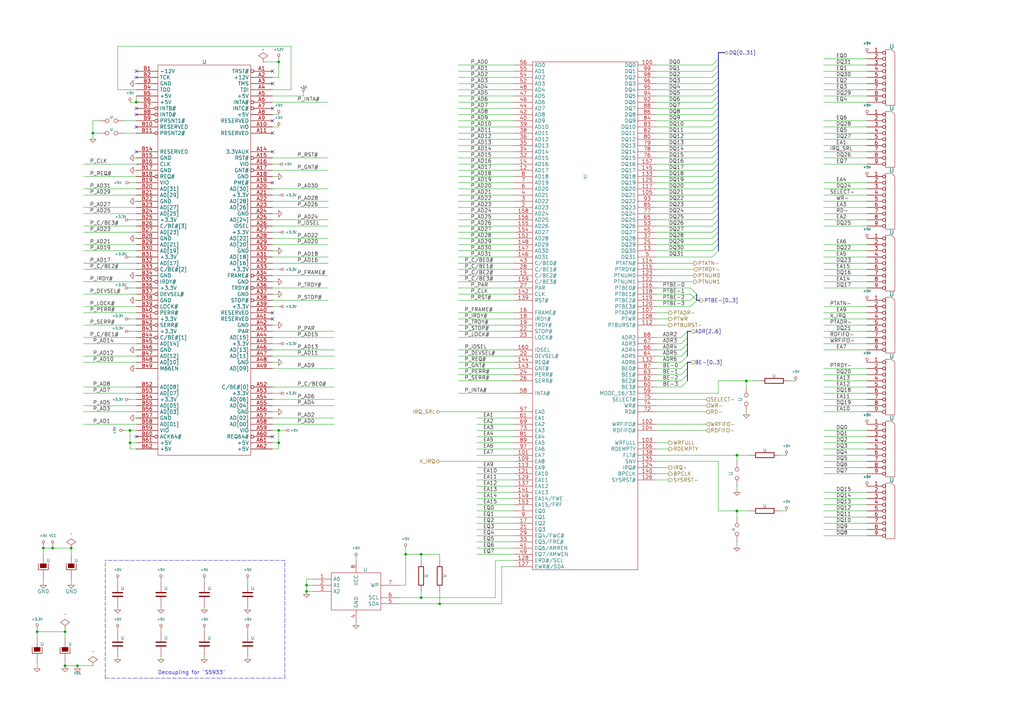
<source format=kicad_sch>
(kicad_sch (version 20220404) (generator eeschema)
  (paper "A3")
  (title_block (title "Video") (date "Sun 22 Mar 2015") (rev "2.0B") (company "Kicad EDA") (comment 1 "Interface Bus PCI"))
  (junction (at 26.67 273.05) (diameter 0.9144))
  (junction (at 125.73 242.57) (diameter 0.9144))
  (junction (at 302.26 209.55) (diameter 0.9144))
  (junction (at 114.3 25.4) (diameter 0.9144))
  (junction (at 38.1 54.61) (diameter 0.9144))
  (junction (at 180.34 247.65) (diameter 0.9144))
  (junction (at 31.75 273.05) (diameter 0.9144))
  (junction (at 53.34 181.61) (diameter 0.9144))
  (junction (at 29.21 224.79) (diameter 0.9144))
  (junction (at 114.3 181.61) (diameter 0.9144))
  (junction (at 302.26 186.69) (diameter 0.9144))
  (junction (at 172.72 227.33) (diameter 0.9144))
  (junction (at 26.67 259.08) (diameter 0.9144))
  (junction (at 55.88 41.91) (diameter 0.9144))
  (junction (at 17.78 224.79) (diameter 0.9144))
  (junction (at 53.34 176.53) (diameter 0.9144))
  (junction (at 166.37 227.33) (diameter 0.9144))
  (junction (at 306.07 156.21) (diameter 0.9144))
  (junction (at 125.73 240.03) (diameter 0.9144))
  (junction (at 114.3 176.53) (diameter 0.9144))
  (junction (at 15.24 259.08) (diameter 0.9144))
  (junction (at 21.59 224.79) (diameter 0.9144))
  (junction (at 172.72 245.11) (diameter 0.9144))
  (no_connect (at 55.88 44.45))
  (no_connect (at 55.88 52.07))
  (no_connect (at 111.76 54.61))
  (no_connect (at 111.76 62.23))
  (no_connect (at 111.76 49.53))
  (no_connect (at 111.76 44.45))
  (no_connect (at 111.76 34.29))
  (no_connect (at 111.76 29.21))
  (no_connect (at 111.76 128.27))
  (no_connect (at 111.76 74.93))
  (no_connect (at 55.88 62.23))
  (no_connect (at 55.88 31.75))
  (no_connect (at 55.88 179.07))
  (no_connect (at 55.88 46.99))
  (no_connect (at 111.76 179.07))
  (no_connect (at 111.76 130.81))
  (no_connect (at 55.88 29.21))
  (bus_entry (at 279.4 146.05) (size 2.54 -2.54) (stroke (width 0.1524)))
  (bus_entry (at 292.1 77.47) (size 2.54 -2.54) (stroke (width 0.1524)))
  (bus_entry (at 292.1 29.21) (size 2.54 -2.54) (stroke (width 0.1524)))
  (bus_entry (at 292.1 62.23) (size 2.54 -2.54) (stroke (width 0.1524)))
  (bus_entry (at 292.1 87.63) (size 2.54 -2.54) (stroke (width 0.1524)))
  (bus_entry (at 292.1 26.67) (size 2.54 -2.54) (stroke (width 0.1524)))
  (bus_entry (at 292.1 80.01) (size 2.54 -2.54) (stroke (width 0.1524)))
  (bus_entry (at 292.1 39.37) (size 2.54 -2.54) (stroke (width 0.1524)))
  (bus_entry (at 292.1 49.53) (size 2.54 -2.54) (stroke (width 0.1524)))
  (bus_entry (at 292.1 102.87) (size 2.54 -2.54) (stroke (width 0.1524)))
  (bus_entry (at 292.1 36.83) (size 2.54 -2.54) (stroke (width 0.1524)))
  (bus_entry (at 279.4 148.59) (size 2.54 -2.54) (stroke (width 0.1524)))
  (bus_entry (at 283.21 120.65) (size 2.54 2.54) (stroke (width 0.1524)))
  (bus_entry (at 292.1 52.07) (size 2.54 -2.54) (stroke (width 0.1524)))
  (bus_entry (at 279.4 140.97) (size 2.54 -2.54) (stroke (width 0.1524)))
  (bus_entry (at 292.1 34.29) (size 2.54 -2.54) (stroke (width 0.1524)))
  (bus_entry (at 292.1 82.55) (size 2.54 -2.54) (stroke (width 0.1524)))
  (bus_entry (at 292.1 46.99) (size 2.54 -2.54) (stroke (width 0.1524)))
  (bus_entry (at 279.4 151.13) (size 2.54 -2.54) (stroke (width 0.1524)))
  (bus_entry (at 283.21 118.11) (size 2.54 2.54) (stroke (width 0.1524)))
  (bus_entry (at 292.1 85.09) (size 2.54 -2.54) (stroke (width 0.1524)))
  (bus_entry (at 279.4 156.21) (size 2.54 -2.54) (stroke (width 0.1524)))
  (bus_entry (at 292.1 67.31) (size 2.54 -2.54) (stroke (width 0.1524)))
  (bus_entry (at 292.1 95.25) (size 2.54 -2.54) (stroke (width 0.1524)))
  (bus_entry (at 292.1 41.91) (size 2.54 -2.54) (stroke (width 0.1524)))
  (bus_entry (at 292.1 74.93) (size 2.54 -2.54) (stroke (width 0.1524)))
  (bus_entry (at 283.21 123.19) (size 2.54 -2.54) (stroke (width 0.1524)))
  (bus_entry (at 292.1 64.77) (size 2.54 -2.54) (stroke (width 0.1524)))
  (bus_entry (at 292.1 92.71) (size 2.54 -2.54) (stroke (width 0.1524)))
  (bus_entry (at 292.1 69.85) (size 2.54 -2.54) (stroke (width 0.1524)))
  (bus_entry (at 279.4 153.67) (size 2.54 -2.54) (stroke (width 0.1524)))
  (bus_entry (at 283.21 125.73) (size 2.54 -2.54) (stroke (width 0.1524)))
  (bus_entry (at 292.1 54.61) (size 2.54 -2.54) (stroke (width 0.1524)))
  (bus_entry (at 279.4 138.43) (size 2.54 -2.54) (stroke (width 0.1524)))
  (bus_entry (at 292.1 105.41) (size 2.54 -2.54) (stroke (width 0.1524)))
  (bus_entry (at 292.1 31.75) (size 2.54 -2.54) (stroke (width 0.1524)))
  (bus_entry (at 292.1 59.69) (size 2.54 -2.54) (stroke (width 0.1524)))
  (bus_entry (at 292.1 57.15) (size 2.54 -2.54) (stroke (width 0.1524)))
  (bus_entry (at 292.1 72.39) (size 2.54 -2.54) (stroke (width 0.1524)))
  (bus_entry (at 292.1 100.33) (size 2.54 -2.54) (stroke (width 0.1524)))
  (bus_entry (at 279.4 143.51) (size 2.54 -2.54) (stroke (width 0.1524)))
  (bus_entry (at 279.4 158.75) (size 2.54 -2.54) (stroke (width 0.1524)))
  (bus_entry (at 292.1 90.17) (size 2.54 -2.54) (stroke (width 0.1524)))
  (bus_entry (at 292.1 44.45) (size 2.54 -2.54) (stroke (width 0.1524)))
  (bus_entry (at 292.1 97.79) (size 2.54 -2.54) (stroke (width 0.1524)))
  (wire (pts (xy 337.82 189.23) (xy 355.6 189.23)))
  (wire (pts (xy 269.24 151.13) (xy 279.4 151.13)))
  (wire (pts (xy 337.82 138.43) (xy 355.6 138.43)))
  (wire (pts (xy 111.76 151.13) (xy 137.16 151.13)))
  (wire (pts (xy 269.24 173.99) (xy 289.56 173.99)))
  (wire (pts (xy 40.64 49.53) (xy 38.1 49.53)))
  (wire (pts (xy 48.26 248.92) (xy 48.26 250.19)))
  (wire (pts (xy 269.24 189.23) (xy 294.64 189.23)))
  (wire (pts (xy 195.58 191.77) (xy 210.82 191.77)))
  (wire (pts (xy 34.29 120.65) (xy 55.88 120.65)))
  (wire (pts (xy 114.3 24.13) (xy 114.3 25.4)))
  (wire (pts (xy 269.24 196.85) (xy 274.32 196.85)))
  (wire (pts (xy 187.96 80.01) (xy 210.82 80.01)))
  (wire (pts (xy 269.24 72.39) (xy 292.1 72.39)))
  (wire (pts (xy 337.82 179.07) (xy 355.6 179.07)))
  (bus (pts (xy 294.64 21.59) (xy 294.64 24.13)))
  (wire (pts (xy 29.21 237.49) (xy 29.21 240.03)))
  (wire (pts (xy 38.1 54.61) (xy 40.64 54.61)))
  (wire (pts (xy 203.2 245.11) (xy 203.2 229.87)))
  (wire (pts (xy 337.82 85.09) (xy 355.6 85.09)))
  (wire (pts (xy 337.82 52.07) (xy 355.6 52.07)))
  (wire (pts (xy 187.96 62.23) (xy 210.82 62.23)))
  (wire (pts (xy 17.78 224.79) (xy 17.78 227.33)))
  (wire (pts (xy 111.76 69.85) (xy 134.62 69.85)))
  (wire (pts (xy 111.76 41.91) (xy 134.62 41.91)))
  (wire (pts (xy 34.29 148.59) (xy 55.88 148.59)))
  (wire (pts (xy 26.67 259.08) (xy 26.67 261.62)))
  (wire (pts (xy 195.58 219.71) (xy 210.82 219.71)))
  (wire (pts (xy 111.76 72.39) (xy 114.3 72.39)))
  (wire (pts (xy 269.24 29.21) (xy 292.1 29.21)))
  (bus (pts (xy 281.94 148.59) (xy 281.94 151.13)))
  (wire (pts (xy 125.73 237.49) (xy 125.73 240.03)))
  (wire (pts (xy 302.26 186.69) (xy 307.34 186.69)))
  (wire (pts (xy 337.82 92.71) (xy 355.6 92.71)))
  (wire (pts (xy 195.58 196.85) (xy 210.82 196.85)))
  (wire (pts (xy 83.82 237.49) (xy 83.82 238.76)))
  (wire (pts (xy 337.82 204.47) (xy 355.6 204.47)))
  (wire (pts (xy 50.8 49.53) (xy 55.88 49.53)))
  (wire (pts (xy 111.76 100.33) (xy 134.62 100.33)))
  (bus (pts (xy 294.64 24.13) (xy 294.64 26.67)))
  (wire (pts (xy 34.29 115.57) (xy 55.88 115.57)))
  (wire (pts (xy 54.61 171.45) (xy 55.88 171.45)))
  (wire (pts (xy 107.95 25.4) (xy 114.3 25.4)))
  (wire (pts (xy 166.37 227.33) (xy 166.37 240.03)))
  (wire (pts (xy 337.82 57.15) (xy 355.6 57.15)))
  (wire (pts (xy 269.24 62.23) (xy 292.1 62.23)))
  (wire (pts (xy 34.29 72.39) (xy 55.88 72.39)))
  (wire (pts (xy 34.29 146.05) (xy 55.88 146.05)))
  (wire (pts (xy 187.96 54.61) (xy 210.82 54.61)))
  (wire (pts (xy 111.76 181.61) (xy 114.3 181.61)))
  (wire (pts (xy 101.6 257.81) (xy 101.6 259.08)))
  (wire (pts (xy 187.96 31.75) (xy 210.82 31.75)))
  (wire (pts (xy 187.96 113.03) (xy 210.82 113.03)))
  (wire (pts (xy 180.34 247.65) (xy 205.74 247.65)))
  (wire (pts (xy 187.96 105.41) (xy 210.82 105.41)))
  (wire (pts (xy 337.82 207.01) (xy 355.6 207.01)))
  (bus (pts (xy 294.64 34.29) (xy 294.64 36.83)))
  (wire (pts (xy 53.34 135.89) (xy 55.88 135.89)))
  (wire (pts (xy 302.26 199.39) (xy 302.26 201.93)))
  (wire (pts (xy 195.58 176.53) (xy 210.82 176.53)))
  (wire (pts (xy 187.96 64.77) (xy 210.82 64.77)))
  (wire (pts (xy 54.61 97.79) (xy 55.88 97.79)))
  (wire (pts (xy 111.76 80.01) (xy 114.3 80.01)))
  (wire (pts (xy 337.82 153.67) (xy 355.6 153.67)))
  (wire (pts (xy 337.82 59.69) (xy 355.6 59.69)))
  (wire (pts (xy 337.82 133.35) (xy 355.6 133.35)))
  (wire (pts (xy 337.82 143.51) (xy 355.6 143.51)))
  (polyline (pts (xy 116.84 229.87) (xy 43.18 229.87)) (stroke (width 0) (type dash)))
  (wire (pts (xy 66.04 250.19) (xy 66.04 248.92)))
  (wire (pts (xy 55.88 151.13) (xy 54.61 151.13)))
  (wire (pts (xy 172.72 227.33) (xy 180.34 227.33)))
  (wire (pts (xy 111.76 36.83) (xy 119.38 36.83)))
  (wire (pts (xy 187.96 115.57) (xy 210.82 115.57)))
  (wire (pts (xy 187.96 52.07) (xy 210.82 52.07)))
  (wire (pts (xy 55.88 123.19) (xy 54.61 123.19)))
  (wire (pts (xy 34.29 138.43) (xy 55.88 138.43)))
  (wire (pts (xy 111.76 163.83) (xy 137.16 163.83)))
  (wire (pts (xy 269.24 181.61) (xy 274.32 181.61)))
  (wire (pts (xy 269.24 100.33) (xy 292.1 100.33)))
  (wire (pts (xy 337.82 191.77) (xy 355.6 191.77)))
  (bus (pts (xy 294.64 80.01) (xy 294.64 82.55)))
  (wire (pts (xy 195.58 201.93) (xy 210.82 201.93)))
  (wire (pts (xy 187.96 156.21) (xy 210.82 156.21)))
  (wire (pts (xy 66.04 257.81) (xy 66.04 259.08)))
  (bus (pts (xy 294.64 44.45) (xy 294.64 46.99)))
  (wire (pts (xy 111.76 123.19) (xy 134.62 123.19)))
  (wire (pts (xy 111.76 85.09) (xy 134.62 85.09)))
  (wire (pts (xy 294.64 161.29) (xy 294.64 156.21)))
  (wire (pts (xy 163.83 247.65) (xy 180.34 247.65)))
  (wire (pts (xy 21.59 223.52) (xy 21.59 224.79)))
  (wire (pts (xy 337.82 41.91) (xy 355.6 41.91)))
  (wire (pts (xy 337.82 110.49) (xy 355.6 110.49)))
  (wire (pts (xy 337.82 135.89) (xy 355.6 135.89)))
  (wire (pts (xy 26.67 273.05) (xy 31.75 273.05)))
  (wire (pts (xy 55.88 39.37) (xy 55.88 41.91)))
  (wire (pts (xy 34.29 110.49) (xy 55.88 110.49)))
  (wire (pts (xy 306.07 156.21) (xy 311.15 156.21)))
  (wire (pts (xy 269.24 82.55) (xy 292.1 82.55)))
  (wire (pts (xy 53.34 130.81) (xy 55.88 130.81)))
  (wire (pts (xy 111.76 52.07) (xy 114.3 52.07)))
  (wire (pts (xy 187.96 123.19) (xy 210.82 123.19)))
  (wire (pts (xy 21.59 224.79) (xy 29.21 224.79)))
  (wire (pts (xy 111.76 118.11) (xy 134.62 118.11)))
  (wire (pts (xy 210.82 229.87) (xy 203.2 229.87)))
  (wire (pts (xy 111.76 95.25) (xy 114.3 95.25)))
  (wire (pts (xy 125.73 240.03) (xy 125.73 242.57)))
  (wire (pts (xy 166.37 224.79) (xy 166.37 227.33)))
  (wire (pts (xy 323.85 156.21) (xy 326.39 156.21)))
  (bus (pts (xy 281.94 143.51) (xy 281.94 146.05)))
  (wire (pts (xy 269.24 128.27) (xy 274.32 128.27)))
  (wire (pts (xy 337.82 82.55) (xy 355.6 82.55)))
  (wire (pts (xy 111.76 138.43) (xy 137.16 138.43)))
  (wire (pts (xy 111.76 115.57) (xy 114.3 115.57)))
  (wire (pts (xy 34.29 95.25) (xy 55.88 95.25)))
  (wire (pts (xy 34.29 161.29) (xy 55.88 161.29)))
  (wire (pts (xy 337.82 49.53) (xy 355.6 49.53)))
  (wire (pts (xy 34.29 102.87) (xy 55.88 102.87)))
  (wire (pts (xy 111.76 87.63) (xy 114.3 87.63)))
  (wire (pts (xy 269.24 59.69) (xy 292.1 59.69)))
  (wire (pts (xy 269.24 107.95) (xy 284.48 107.95)))
  (wire (pts (xy 337.82 64.77) (xy 355.6 64.77)))
  (wire (pts (xy 48.26 19.05) (xy 119.38 19.05)))
  (wire (pts (xy 269.24 140.97) (xy 279.4 140.97)))
  (wire (pts (xy 269.24 148.59) (xy 279.4 148.59)))
  (bus (pts (xy 294.64 77.47) (xy 294.64 80.01)))
  (wire (pts (xy 269.24 54.61) (xy 292.1 54.61)))
  (bus (pts (xy 287.02 123.19) (xy 285.75 123.19)))
  (wire (pts (xy 302.26 186.69) (xy 302.26 189.23)))
  (wire (pts (xy 187.96 59.69) (xy 210.82 59.69)))
  (wire (pts (xy 269.24 168.91) (xy 289.56 168.91)))
  (wire (pts (xy 337.82 156.21) (xy 355.6 156.21)))
  (wire (pts (xy 195.58 224.79) (xy 210.82 224.79)))
  (wire (pts (xy 111.76 173.99) (xy 137.16 173.99)))
  (bus (pts (xy 294.64 90.17) (xy 294.64 92.71)))
  (wire (pts (xy 114.3 176.53) (xy 114.3 181.61)))
  (wire (pts (xy 269.24 118.11) (xy 283.21 118.11)))
  (wire (pts (xy 187.96 130.81) (xy 210.82 130.81)))
  (wire (pts (xy 34.29 168.91) (xy 55.88 168.91)))
  (wire (pts (xy 187.96 100.33) (xy 210.82 100.33)))
  (wire (pts (xy 302.26 222.25) (xy 302.26 224.79)))
  (wire (pts (xy 34.29 100.33) (xy 55.88 100.33)))
  (wire (pts (xy 111.76 46.99) (xy 114.3 46.99)))
  (wire (pts (xy 269.24 77.47) (xy 292.1 77.47)))
  (wire (pts (xy 269.24 67.31) (xy 292.1 67.31)))
  (wire (pts (xy 195.58 204.47) (xy 210.82 204.47)))
  (wire (pts (xy 55.88 34.29) (xy 54.61 34.29)))
  (bus (pts (xy 294.64 85.09) (xy 294.64 87.63)))
  (wire (pts (xy 34.29 107.95) (xy 55.88 107.95)))
  (wire (pts (xy 187.96 29.21) (xy 210.82 29.21)))
  (wire (pts (xy 187.96 85.09) (xy 210.82 85.09)))
  (wire (pts (xy 53.34 184.15) (xy 55.88 184.15)))
  (wire (pts (xy 269.24 57.15) (xy 292.1 57.15)))
  (wire (pts (xy 34.29 140.97) (xy 55.88 140.97)))
  (wire (pts (xy 111.76 82.55) (xy 134.62 82.55)))
  (wire (pts (xy 269.24 87.63) (xy 292.1 87.63)))
  (wire (pts (xy 48.26 269.24) (xy 48.26 270.51)))
  (wire (pts (xy 125.73 242.57) (xy 125.73 243.84)))
  (wire (pts (xy 187.96 49.53) (xy 210.82 49.53)))
  (wire (pts (xy 337.82 214.63) (xy 355.6 214.63)))
  (wire (pts (xy 53.34 118.11) (xy 55.88 118.11)))
  (wire (pts (xy 111.76 113.03) (xy 134.62 113.03)))
  (wire (pts (xy 54.61 82.55) (xy 55.88 82.55)))
  (bus (pts (xy 294.64 54.61) (xy 294.64 57.15)))
  (wire (pts (xy 269.24 138.43) (xy 279.4 138.43)))
  (wire (pts (xy 269.24 163.83) (xy 289.56 163.83)))
  (wire (pts (xy 125.73 237.49) (xy 128.27 237.49)))
  (wire (pts (xy 187.96 97.79) (xy 210.82 97.79)))
  (wire (pts (xy 205.74 247.65) (xy 205.74 232.41)))
  (wire (pts (xy 187.96 146.05) (xy 210.82 146.05)))
  (wire (pts (xy 210.82 232.41) (xy 205.74 232.41)))
  (wire (pts (xy 195.58 179.07) (xy 210.82 179.07)))
  (bus (pts (xy 294.64 82.55) (xy 294.64 85.09)))
  (wire (pts (xy 66.04 238.76) (xy 66.04 237.49)))
  (wire (pts (xy 269.24 64.77) (xy 292.1 64.77)))
  (polyline (pts (xy 116.84 278.13) (xy 116.84 229.87)) (stroke (width 0) (type dash)))
  (wire (pts (xy 187.96 26.67) (xy 210.82 26.67)))
  (wire (pts (xy 187.96 44.45) (xy 210.82 44.45)))
  (wire (pts (xy 269.24 36.83) (xy 292.1 36.83)))
  (wire (pts (xy 111.76 67.31) (xy 114.3 67.31)))
  (wire (pts (xy 187.96 128.27) (xy 210.82 128.27)))
  (wire (pts (xy 337.82 67.31) (xy 355.6 67.31)))
  (bus (pts (xy 294.64 52.07) (xy 294.64 54.61)))
  (wire (pts (xy 111.76 102.87) (xy 114.3 102.87)))
  (wire (pts (xy 337.82 125.73) (xy 355.6 125.73)))
  (wire (pts (xy 187.96 87.63) (xy 210.82 87.63)))
  (wire (pts (xy 111.76 176.53) (xy 114.3 176.53)))
  (wire (pts (xy 50.8 176.53) (xy 53.34 176.53)))
  (wire (pts (xy 180.34 189.23) (xy 210.82 189.23)))
  (wire (pts (xy 187.96 138.43) (xy 210.82 138.43)))
  (wire (pts (xy 187.96 110.49) (xy 210.82 110.49)))
  (wire (pts (xy 187.96 72.39) (xy 210.82 72.39)))
  (wire (pts (xy 195.58 171.45) (xy 210.82 171.45)))
  (wire (pts (xy 337.82 163.83) (xy 355.6 163.83)))
  (wire (pts (xy 269.24 191.77) (xy 274.32 191.77)))
  (wire (pts (xy 269.24 161.29) (xy 294.64 161.29)))
  (bus (pts (xy 294.64 57.15) (xy 294.64 59.69)))
  (wire (pts (xy 34.29 133.35) (xy 55.88 133.35)))
  (wire (pts (xy 187.96 143.51) (xy 210.82 143.51)))
  (wire (pts (xy 101.6 237.49) (xy 101.6 238.76)))
  (wire (pts (xy 195.58 222.25) (xy 210.82 222.25)))
  (wire (pts (xy 320.04 209.55) (xy 322.58 209.55)))
  (wire (pts (xy 269.24 41.91) (xy 292.1 41.91)))
  (wire (pts (xy 187.96 74.93) (xy 210.82 74.93)))
  (wire (pts (xy 55.88 113.03) (xy 54.61 113.03)))
  (wire (pts (xy 111.76 133.35) (xy 114.3 133.35)))
  (wire (pts (xy 172.72 227.33) (xy 172.72 229.87)))
  (wire (pts (xy 269.24 92.71) (xy 292.1 92.71)))
  (wire (pts (xy 195.58 181.61) (xy 210.82 181.61)))
  (wire (pts (xy 166.37 240.03) (xy 163.83 240.03)))
  (wire (pts (xy 187.96 148.59) (xy 210.82 148.59)))
  (wire (pts (xy 195.58 186.69) (xy 210.82 186.69)))
  (wire (pts (xy 55.88 36.83) (xy 48.26 36.83)))
  (polyline (pts (xy 43.18 278.13) (xy 43.18 229.87)) (stroke (width 0) (type dash)))
  (wire (pts (xy 187.96 95.25) (xy 210.82 95.25)))
  (wire (pts (xy 54.61 143.51) (xy 55.88 143.51)))
  (wire (pts (xy 269.24 194.31) (xy 274.32 194.31)))
  (wire (pts (xy 34.29 173.99) (xy 55.88 173.99)))
  (wire (pts (xy 269.24 123.19) (xy 283.21 123.19)))
  (bus (pts (xy 294.64 67.31) (xy 294.64 69.85)))
  (wire (pts (xy 53.34 74.93) (xy 55.88 74.93)))
  (wire (pts (xy 187.96 46.99) (xy 210.82 46.99)))
  (wire (pts (xy 337.82 140.97) (xy 355.6 140.97)))
  (bus (pts (xy 294.64 31.75) (xy 294.64 34.29)))
  (bus (pts (xy 294.64 92.71) (xy 294.64 95.25)))
  (bus (pts (xy 281.94 148.59) (xy 283.21 148.59)))
  (wire (pts (xy 53.34 105.41) (xy 55.88 105.41)))
  (wire (pts (xy 180.34 227.33) (xy 180.34 229.87)))
  (wire (pts (xy 101.6 269.24) (xy 101.6 270.51)))
  (wire (pts (xy 111.76 92.71) (xy 134.62 92.71)))
  (wire (pts (xy 195.58 184.15) (xy 210.82 184.15)))
  (wire (pts (xy 269.24 97.79) (xy 292.1 97.79)))
  (wire (pts (xy 269.24 34.29) (xy 292.1 34.29)))
  (wire (pts (xy 195.58 207.01) (xy 210.82 207.01)))
  (wire (pts (xy 195.58 217.17) (xy 210.82 217.17)))
  (bus (pts (xy 281.94 140.97) (xy 281.94 143.51)))
  (wire (pts (xy 48.26 257.81) (xy 48.26 259.08)))
  (bus (pts (xy 294.64 49.53) (xy 294.64 52.07)))
  (wire (pts (xy 337.82 161.29) (xy 355.6 161.29)))
  (wire (pts (xy 15.24 257.81) (xy 15.24 259.08)))
  (wire (pts (xy 195.58 199.39) (xy 210.82 199.39)))
  (wire (pts (xy 195.58 214.63) (xy 210.82 214.63)))
  (wire (pts (xy 269.24 39.37) (xy 292.1 39.37)))
  (wire (pts (xy 337.82 31.75) (xy 355.6 31.75)))
  (wire (pts (xy 26.67 273.05) (xy 26.67 274.32)))
  (wire (pts (xy 31.75 273.05) (xy 31.75 274.32)))
  (wire (pts (xy 269.24 166.37) (xy 289.56 166.37)))
  (wire (pts (xy 306.07 156.21) (xy 306.07 158.75)))
  (wire (pts (xy 269.24 69.85) (xy 292.1 69.85)))
  (wire (pts (xy 269.24 95.25) (xy 292.1 95.25)))
  (bus (pts (xy 294.64 72.39) (xy 294.64 74.93)))
  (wire (pts (xy 111.76 171.45) (xy 137.16 171.45)))
  (wire (pts (xy 111.76 158.75) (xy 137.16 158.75)))
  (wire (pts (xy 269.24 44.45) (xy 292.1 44.45)))
  (wire (pts (xy 269.24 153.67) (xy 279.4 153.67)))
  (wire (pts (xy 83.82 250.19) (xy 83.82 248.92)))
  (wire (pts (xy 166.37 227.33) (xy 172.72 227.33)))
  (wire (pts (xy 337.82 24.13) (xy 355.6 24.13)))
  (bus (pts (xy 294.64 36.83) (xy 294.64 39.37)))
  (bus (pts (xy 285.75 123.19) (xy 285.75 120.65)))
  (wire (pts (xy 187.96 41.91) (xy 210.82 41.91)))
  (wire (pts (xy 34.29 77.47) (xy 55.88 77.47)))
  (bus (pts (xy 294.64 29.21) (xy 294.64 31.75)))
  (wire (pts (xy 187.96 39.37) (xy 210.82 39.37)))
  (bus (pts (xy 294.64 64.77) (xy 294.64 67.31)))
  (wire (pts (xy 187.96 34.29) (xy 210.82 34.29)))
  (bus (pts (xy 294.64 97.79) (xy 294.64 100.33)))
  (wire (pts (xy 111.76 143.51) (xy 137.16 143.51)))
  (wire (pts (xy 180.34 168.91) (xy 210.82 168.91)))
  (bus (pts (xy 294.64 87.63) (xy 294.64 90.17)))
  (bus (pts (xy 281.94 151.13) (xy 281.94 153.67)))
  (wire (pts (xy 15.24 259.08) (xy 26.67 259.08)))
  (wire (pts (xy 269.24 158.75) (xy 279.4 158.75)))
  (wire (pts (xy 187.96 92.71) (xy 210.82 92.71)))
  (wire (pts (xy 146.05 228.6) (xy 146.05 229.87)))
  (wire (pts (xy 294.64 189.23) (xy 294.64 209.55)))
  (wire (pts (xy 187.96 67.31) (xy 210.82 67.31)))
  (wire (pts (xy 269.24 130.81) (xy 274.32 130.81)))
  (wire (pts (xy 337.82 107.95) (xy 355.6 107.95)))
  (wire (pts (xy 337.82 158.75) (xy 355.6 158.75)))
  (wire (pts (xy 15.24 271.78) (xy 15.24 274.32)))
  (wire (pts (xy 269.24 90.17) (xy 292.1 90.17)))
  (wire (pts (xy 34.29 158.75) (xy 55.88 158.75)))
  (wire (pts (xy 114.3 25.4) (xy 114.3 31.75)))
  (wire (pts (xy 111.76 39.37) (xy 124.46 39.37)))
  (wire (pts (xy 337.82 194.31) (xy 355.6 194.31)))
  (bus (pts (xy 281.94 153.67) (xy 281.94 156.21)))
  (wire (pts (xy 337.82 100.33) (xy 355.6 100.33)))
  (wire (pts (xy 111.76 64.77) (xy 134.62 64.77)))
  (wire (pts (xy 34.29 125.73) (xy 55.88 125.73)))
  (wire (pts (xy 269.24 113.03) (xy 284.48 113.03)))
  (wire (pts (xy 337.82 105.41) (xy 355.6 105.41)))
  (wire (pts (xy 146.05 255.27) (xy 146.05 256.54)))
  (wire (pts (xy 269.24 105.41) (xy 292.1 105.41)))
  (wire (pts (xy 306.07 170.18) (xy 306.07 168.91)))
  (wire (pts (xy 34.29 92.71) (xy 55.88 92.71)))
  (wire (pts (xy 163.83 245.11) (xy 172.72 245.11)))
  (polyline (pts (xy 43.18 278.13) (xy 116.84 278.13)) (stroke (width 0) (type dash)))
  (wire (pts (xy 269.24 26.67) (xy 292.1 26.67)))
  (wire (pts (xy 34.29 80.01) (xy 55.88 80.01)))
  (wire (pts (xy 119.38 36.83) (xy 119.38 19.05)))
  (wire (pts (xy 53.34 176.53) (xy 53.34 181.61)))
  (wire (pts (xy 187.96 90.17) (xy 210.82 90.17)))
  (wire (pts (xy 187.96 151.13) (xy 210.82 151.13)))
  (wire (pts (xy 111.76 77.47) (xy 134.62 77.47)))
  (wire (pts (xy 269.24 85.09) (xy 292.1 85.09)))
  (wire (pts (xy 269.24 110.49) (xy 284.48 110.49)))
  (wire (pts (xy 26.67 257.81) (xy 26.67 259.08)))
  (wire (pts (xy 172.72 245.11) (xy 203.2 245.11)))
  (wire (pts (xy 269.24 74.93) (xy 292.1 74.93)))
  (wire (pts (xy 187.96 118.11) (xy 210.82 118.11)))
  (wire (pts (xy 337.82 212.09) (xy 355.6 212.09)))
  (bus (pts (xy 281.94 138.43) (xy 281.94 140.97)))
  (bus (pts (xy 294.64 62.23) (xy 294.64 64.77)))
  (wire (pts (xy 114.3 176.53) (xy 116.84 176.53)))
  (wire (pts (xy 34.29 85.09) (xy 55.88 85.09)))
  (wire (pts (xy 29.21 224.79) (xy 29.21 227.33)))
  (wire (pts (xy 111.76 146.05) (xy 137.16 146.05)))
  (bus (pts (xy 294.64 21.59) (xy 297.18 21.59)))
  (wire (pts (xy 125.73 240.03) (xy 128.27 240.03)))
  (wire (pts (xy 111.76 166.37) (xy 137.16 166.37)))
  (wire (pts (xy 269.24 143.51) (xy 279.4 143.51)))
  (wire (pts (xy 337.82 102.87) (xy 355.6 102.87)))
  (bus (pts (xy 281.94 135.89) (xy 281.94 138.43)))
  (wire (pts (xy 66.04 269.24) (xy 66.04 270.51)))
  (wire (pts (xy 187.96 107.95) (xy 210.82 107.95)))
  (bus (pts (xy 294.64 74.93) (xy 294.64 77.47)))
  (wire (pts (xy 55.88 41.91) (xy 53.34 41.91)))
  (wire (pts (xy 111.76 125.73) (xy 114.3 125.73)))
  (bus (pts (xy 294.64 39.37) (xy 294.64 41.91)))
  (wire (pts (xy 269.24 80.01) (xy 292.1 80.01)))
  (wire (pts (xy 111.76 110.49) (xy 114.3 110.49)))
  (wire (pts (xy 180.34 242.57) (xy 180.34 247.65)))
  (wire (pts (xy 269.24 186.69) (xy 302.26 186.69)))
  (wire (pts (xy 195.58 173.99) (xy 210.82 173.99)))
  (wire (pts (xy 15.24 259.08) (xy 15.24 261.62)))
  (wire (pts (xy 53.34 176.53) (xy 55.88 176.53)))
  (wire (pts (xy 337.82 29.21) (xy 355.6 29.21)))
  (wire (pts (xy 337.82 62.23) (xy 355.6 62.23)))
  (wire (pts (xy 187.96 120.65) (xy 210.82 120.65)))
  (wire (pts (xy 337.82 128.27) (xy 355.6 128.27)))
  (wire (pts (xy 187.96 102.87) (xy 210.82 102.87)))
  (wire (pts (xy 83.82 269.24) (xy 83.82 270.51)))
  (wire (pts (xy 269.24 156.21) (xy 279.4 156.21)))
  (wire (pts (xy 187.96 135.89) (xy 210.82 135.89)))
  (wire (pts (xy 269.24 133.35) (xy 274.32 133.35)))
  (wire (pts (xy 269.24 102.87) (xy 292.1 102.87)))
  (wire (pts (xy 337.82 166.37) (xy 355.6 166.37)))
  (wire (pts (xy 83.82 259.08) (xy 83.82 257.81)))
  (wire (pts (xy 34.29 166.37) (xy 55.88 166.37)))
  (wire (pts (xy 269.24 52.07) (xy 292.1 52.07)))
  (wire (pts (xy 187.96 153.67) (xy 210.82 153.67)))
  (wire (pts (xy 337.82 74.93) (xy 355.6 74.93)))
  (wire (pts (xy 195.58 209.55) (xy 210.82 209.55)))
  (wire (pts (xy 114.3 184.15) (xy 111.76 184.15)))
  (wire (pts (xy 337.82 113.03) (xy 355.6 113.03)))
  (wire (pts (xy 187.96 57.15) (xy 210.82 57.15)))
  (wire (pts (xy 48.26 36.83) (xy 48.26 19.05)))
  (wire (pts (xy 337.82 118.11) (xy 355.6 118.11)))
  (wire (pts (xy 337.82 39.37) (xy 355.6 39.37)))
  (wire (pts (xy 187.96 69.85) (xy 210.82 69.85)))
  (wire (pts (xy 38.1 49.53) (xy 38.1 54.61)))
  (wire (pts (xy 195.58 212.09) (xy 210.82 212.09)))
  (wire (pts (xy 269.24 146.05) (xy 279.4 146.05)))
  (wire (pts (xy 302.26 209.55) (xy 302.26 212.09)))
  (wire (pts (xy 337.82 77.47) (xy 355.6 77.47)))
  (wire (pts (xy 125.73 242.57) (xy 128.27 242.57)))
  (wire (pts (xy 294.64 209.55) (xy 302.26 209.55)))
  (wire (pts (xy 111.76 135.89) (xy 137.16 135.89)))
  (wire (pts (xy 269.24 46.99) (xy 292.1 46.99)))
  (wire (pts (xy 187.96 77.47) (xy 210.82 77.47)))
  (wire (pts (xy 111.76 161.29) (xy 114.3 161.29)))
  (wire (pts (xy 53.34 181.61) (xy 53.34 184.15)))
  (wire (pts (xy 124.46 39.37) (xy 124.46 38.1)))
  (wire (pts (xy 111.76 168.91) (xy 114.3 168.91)))
  (bus (pts (xy 294.64 69.85) (xy 294.64 72.39)))
  (wire (pts (xy 111.76 107.95) (xy 134.62 107.95)))
  (wire (pts (xy 101.6 250.19) (xy 101.6 248.92)))
  (wire (pts (xy 337.82 186.69) (xy 355.6 186.69)))
  (wire (pts (xy 269.24 125.73) (xy 283.21 125.73)))
  (wire (pts (xy 337.82 184.15) (xy 355.6 184.15)))
  (wire (pts (xy 111.76 90.17) (xy 134.62 90.17)))
  (wire (pts (xy 195.58 194.31) (xy 210.82 194.31)))
  (wire (pts (xy 320.04 186.69) (xy 322.58 186.69)))
  (wire (pts (xy 54.61 69.85) (xy 55.88 69.85)))
  (wire (pts (xy 195.58 227.33) (xy 210.82 227.33)))
  (wire (pts (xy 17.78 237.49) (xy 17.78 240.03)))
  (wire (pts (xy 294.64 156.21) (xy 306.07 156.21)))
  (wire (pts (xy 114.3 31.75) (xy 111.76 31.75)))
  (wire (pts (xy 269.24 184.15) (xy 274.32 184.15)))
  (wire (pts (xy 337.82 80.01) (xy 355.6 80.01)))
  (wire (pts (xy 337.82 181.61) (xy 355.6 181.61)))
  (wire (pts (xy 34.29 128.27) (xy 55.88 128.27)))
  (wire (pts (xy 53.34 163.83) (xy 55.88 163.83)))
  (bus (pts (xy 294.64 59.69) (xy 294.64 62.23)))
  (wire (pts (xy 111.76 120.65) (xy 114.3 120.65)))
  (wire (pts (xy 31.75 273.05) (xy 38.1 273.05)))
  (wire (pts (xy 55.88 64.77) (xy 54.61 64.77)))
  (wire (pts (xy 17.78 224.79) (xy 21.59 224.79)))
  (wire (pts (xy 269.24 120.65) (xy 283.21 120.65)))
  (wire (pts (xy 111.76 97.79) (xy 134.62 97.79)))
  (bus (pts (xy 294.64 26.67) (xy 294.64 29.21)))
  (bus (pts (xy 294.64 100.33) (xy 294.64 102.87)))
  (wire (pts (xy 337.82 168.91) (xy 355.6 168.91)))
  (wire (pts (xy 337.82 176.53) (xy 355.6 176.53)))
  (wire (pts (xy 111.76 148.59) (xy 114.3 148.59)))
  (wire (pts (xy 337.82 151.13) (xy 355.6 151.13)))
  (wire (pts (xy 337.82 34.29) (xy 355.6 34.29)))
  (wire (pts (xy 34.29 87.63) (xy 55.88 87.63)))
  (bus (pts (xy 294.64 41.91) (xy 294.64 44.45)))
  (wire (pts (xy 38.1 54.61) (xy 38.1 57.15)))
  (wire (pts (xy 34.29 67.31) (xy 55.88 67.31)))
  (wire (pts (xy 187.96 36.83) (xy 210.82 36.83)))
  (wire (pts (xy 53.34 181.61) (xy 55.88 181.61)))
  (wire (pts (xy 48.26 237.49) (xy 48.26 238.76)))
  (wire (pts (xy 269.24 49.53) (xy 292.1 49.53)))
  (wire (pts (xy 53.34 90.17) (xy 55.88 90.17)))
  (wire (pts (xy 337.82 201.93) (xy 355.6 201.93)))
  (wire (pts (xy 337.82 130.81) (xy 355.6 130.81)))
  (wire (pts (xy 337.82 90.17) (xy 355.6 90.17)))
  (wire (pts (xy 337.82 219.71) (xy 355.6 219.71)))
  (wire (pts (xy 187.96 161.29) (xy 210.82 161.29)))
  (wire (pts (xy 111.76 105.41) (xy 134.62 105.41)))
  (wire (pts (xy 187.96 82.55) (xy 210.82 82.55)))
  (wire (pts (xy 337.82 36.83) (xy 355.6 36.83)))
  (wire (pts (xy 114.3 181.61) (xy 114.3 184.15)))
  (bus (pts (xy 281.94 135.89) (xy 283.21 135.89)))
  (wire (pts (xy 269.24 115.57) (xy 284.48 115.57)))
  (wire (pts (xy 302.26 209.55) (xy 307.34 209.55)))
  (wire (pts (xy 337.82 217.17) (xy 355.6 217.17)))
  (wire (pts (xy 111.76 140.97) (xy 114.3 140.97)))
  (wire (pts (xy 269.24 31.75) (xy 292.1 31.75)))
  (wire (pts (xy 337.82 115.57) (xy 355.6 115.57)))
  (wire (pts (xy 337.82 54.61) (xy 355.6 54.61)))
  (wire (pts (xy 17.78 223.52) (xy 17.78 224.79)))
  (wire (pts (xy 337.82 26.67) (xy 355.6 26.67)))
  (wire (pts (xy 337.82 209.55) (xy 355.6 209.55)))
  (wire (pts (xy 26.67 271.78) (xy 26.67 273.05)))
  (wire (pts (xy 172.72 242.57) (xy 172.72 245.11)))
  (wire (pts (xy 187.96 133.35) (xy 210.82 133.35)))
  (wire (pts (xy 50.8 54.61) (xy 55.88 54.61)))
  (bus (pts (xy 294.64 46.99) (xy 294.64 49.53)))
  (wire (pts (xy 337.82 87.63) (xy 355.6 87.63)))
  (wire (pts (xy 269.24 176.53) (xy 289.56 176.53)))
  (bus (pts (xy 294.64 95.25) (xy 294.64 97.79)))
  (text "Decoupling for \"S5933\"" (at 64.77 276.86 0) (effects (font (size 1.524 1.524)) (justify left bottom)))
  (label "EA6" (at 342.9 100.33 0) (effects (font (size 1.524 1.524))))
  (label "PTBE-1" (at 271.78 120.65 0) (effects (font (size 1.524 1.524))))
  (label "EA12" (at 198.12 199.39 0) (effects (font (size 1.524 1.524))))
  (label "P_AD23" (at 193.04 85.09 0) (effects (font (size 1.524 1.524))))
  (label "DQ11" (at 342.9 212.09 0) (effects (font (size 1.524 1.524))))
  (label "P_AD26" (at 193.04 92.71 0) (effects (font (size 1.524 1.524))))
  (label "P_C/BE0#" (at 121.92 158.75 0) (effects (font (size 1.524 1.524))))
  (label "P_IDSEL" (at 121.92 92.71 0) (effects (font (size 1.524 1.524))))
  (label "P_AD0" (at 121.92 173.99 0) (effects (font (size 1.524 1.524))))
  (label "P_AD22" (at 193.04 82.55 0) (effects (font (size 1.524 1.524))))
  (label "P_IRDY#" (at 190.5 130.81 0) (effects (font (size 1.524 1.524))))
  (label "DQ8" (at 342.9 219.71 0) (effects (font (size 1.524 1.524))))
  (label "P_AD13" (at 193.04 59.69 0) (effects (font (size 1.524 1.524))))
  (label "EA9" (at 342.9 128.27 0) (effects (font (size 1.524 1.524))))
  (label "P_AD7" (at 38.1 161.29 0) (effects (font (size 1.524 1.524))))
  (label "DQ1" (at 274.32 29.21 0) (effects (font (size 1.524 1.524))))
  (label "EA10" (at 342.9 168.91 0) (effects (font (size 1.524 1.524))))
  (label "DQ30" (at 274.32 102.87 0) (effects (font (size 1.524 1.524))))
  (label "DQ31" (at 274.32 105.41 0) (effects (font (size 1.524 1.524))))
  (label "EA14" (at 342.9 115.57 0) (effects (font (size 1.524 1.524))))
  (label "P_AD30" (at 121.92 77.47 0) (effects (font (size 1.524 1.524))))
  (label "P_AD11" (at 121.92 146.05 0) (effects (font (size 1.524 1.524))))
  (label "DQ0" (at 342.9 176.53 0) (effects (font (size 1.524 1.524))))
  (label "EQ0" (at 342.9 24.13 0) (effects (font (size 1.524 1.524))))
  (label "EQ7" (at 198.12 227.33 0) (effects (font (size 1.524 1.524))))
  (label "P_AD2" (at 121.92 171.45 0) (effects (font (size 1.524 1.524))))
  (label "P_CLK" (at 193.04 120.65 0) (effects (font (size 1.524 1.524))))
  (label "BE-0" (at 271.78 151.13 0) (effects (font (size 1.524 1.524))))
  (label "EQ5" (at 198.12 222.25 0) (effects (font (size 1.524 1.524))))
  (label "EA1" (at 342.9 59.69 0) (effects (font (size 1.524 1.524))))
  (label "DQ12" (at 274.32 57.15 0) (effects (font (size 1.524 1.524))))
  (label "EQ4" (at 198.12 219.71 0) (effects (font (size 1.524 1.524))))
  (label "DQ16" (at 274.32 67.31 0) (effects (font (size 1.524 1.524))))
  (label "P_AD4" (at 121.92 166.37 0) (effects (font (size 1.524 1.524))))
  (label "P_TRDY#" (at 121.92 118.11 0) (effects (font (size 1.524 1.524))))
  (label "P_CLK" (at 36.83 67.31 0) (effects (font (size 1.524 1.524))))
  (label "EA2" (at 342.9 90.17 0) (effects (font (size 1.524 1.524))))
  (label "DQ3" (at 342.9 184.15 0) (effects (font (size 1.524 1.524))))
  (label "DQ17" (at 342.9 118.11 0) (effects (font (size 1.524 1.524))))
  (label "P_INTA#" (at 121.92 41.91 0) (effects (font (size 1.524 1.524))))
  (label "ADR4" (at 271.78 143.51 0) (effects (font (size 1.524 1.524))))
  (label "EA12" (at 342.9 158.75 0) (effects (font (size 1.524 1.524))))
  (label "ADR5" (at 271.78 146.05 0) (effects (font (size 1.524 1.524))))
  (label "DQ7" (at 342.9 194.31 0) (effects (font (size 1.524 1.524))))
  (label "EQ2" (at 342.9 34.29 0) (effects (font (size 1.524 1.524))))
  (label "RD-" (at 342.9 87.63 0) (effects (font (size 1.524 1.524))))
  (label "DQ25" (at 342.9 92.71 0) (effects (font (size 1.524 1.524))))
  (label "DQ4" (at 274.32 36.83 0) (effects (font (size 1.524 1.524))))
  (label "DQ26" (at 342.9 64.77 0) (effects (font (size 1.524 1.524))))
  (label "PTADR-" (at 340.36 133.35 0) (effects (font (size 1.524 1.524))))
  (label "P_SERR#" (at 190.5 156.21 0) (effects (font (size 1.524 1.524))))
  (label "P_C/BE1#" (at 36.83 138.43 0) (effects (font (size 1.524 1.524))))
  (label "P_AD24" (at 121.92 90.17 0) (effects (font (size 1.524 1.524))))
  (label "EQ3" (at 342.9 36.83 0) (effects (font (size 1.524 1.524))))
  (label "DQ23" (at 342.9 107.95 0) (effects (font (size 1.524 1.524))))
  (label "EA2" (at 198.12 173.99 0) (effects (font (size 1.524 1.524))))
  (label "P_AD4" (at 193.04 36.83 0) (effects (font (size 1.524 1.524))))
  (label "P_AD16" (at 193.04 67.31 0) (effects (font (size 1.524 1.524))))
  (label "EA5" (at 198.12 181.61 0) (effects (font (size 1.524 1.524))))
  (label "DQ10" (at 274.32 52.07 0) (effects (font (size 1.524 1.524))))
  (label "DQ9" (at 342.9 217.17 0) (effects (font (size 1.524 1.524))))
  (label "P_FRAME#" (at 190.5 128.27 0) (effects (font (size 1.524 1.524))))
  (label "DQ15" (at 342.9 201.93 0) (effects (font (size 1.524 1.524))))
  (label "P_AD12" (at 38.1 146.05 0) (effects (font (size 1.524 1.524))))
  (label "DQ8" (at 274.32 46.99 0) (effects (font (size 1.524 1.524))))
  (label "DQ15" (at 274.32 64.77 0) (effects (font (size 1.524 1.524))))
  (label "P_C/BE2#" (at 190.5 113.03 0) (effects (font (size 1.524 1.524))))
  (label "EQ6" (at 198.12 224.79 0) (effects (font (size 1.524 1.524))))
  (label "P_AD17" (at 36.83 107.95 0) (effects (font (size 1.524 1.524))))
  (label "DQ19" (at 342.9 166.37 0) (effects (font (size 1.524 1.524))))
  (label "DQ16" (at 342.9 113.03 0) (effects (font (size 1.524 1.524))))
  (label "DQ13" (at 342.9 207.01 0) (effects (font (size 1.524 1.524))))
  (label "P_AD15" (at 121.92 138.43 0) (effects (font (size 1.524 1.524))))
  (label "P_AD28" (at 193.04 97.79 0) (effects (font (size 1.524 1.524))))
  (label "P_IRDY#" (at 36.83 115.57 0) (effects (font (size 1.524 1.524))))
  (label "P_AD14" (at 38.1 140.97 0) (effects (font (size 1.524 1.524))))
  (label "DQ19" (at 274.32 74.93 0) (effects (font (size 1.524 1.524))))
  (label "DQ26" (at 274.32 92.71 0) (effects (font (size 1.524 1.524))))
  (label "P_PERR#" (at 36.83 128.27 0) (effects (font (size 1.524 1.524))))
  (label "DQ18" (at 274.32 72.39 0) (effects (font (size 1.524 1.524))))
  (label "P_PAR" (at 193.04 118.11 0) (effects (font (size 1.524 1.524))))
  (label "DQ2" (at 342.9 181.61 0) (effects (font (size 1.524 1.524))))
  (label "P_AD19" (at 193.04 74.93 0) (effects (font (size 1.524 1.524))))
  (label "DQ24" (at 342.9 77.47 0) (effects (font (size 1.524 1.524))))
  (label "DQ13" (at 274.32 59.69 0) (effects (font (size 1.524 1.524))))
  (label "BE-1" (at 271.78 153.67 0) (effects (font (size 1.524 1.524))))
  (label "EA14" (at 198.12 204.47 0) (effects (font (size 1.524 1.524))))
  (label "EA15" (at 198.12 207.01 0) (effects (font (size 1.524 1.524))))
  (label "P_C/BE2#" (at 36.83 110.49 0) (effects (font (size 1.524 1.524))))
  (label "DQ29" (at 274.32 100.33 0) (effects (font (size 1.524 1.524))))
  (label "EQ1" (at 198.12 212.09 0) (effects (font (size 1.524 1.524))))
  (label "EA3" (at 198.12 176.53 0) (effects (font (size 1.524 1.524))))
  (label "EA7" (at 342.9 143.51 0) (effects (font (size 1.524 1.524))))
  (label "P_GNT#" (at 121.92 69.85 0) (effects (font (size 1.524 1.524))))
  (label "BE-2" (at 271.78 156.21 0) (effects (font (size 1.524 1.524))))
  (label "EA3" (at 342.9 85.09 0) (effects (font (size 1.524 1.524))))
  (label "P_AD28" (at 121.92 82.55 0) (effects (font (size 1.524 1.524))))
  (label "EA11" (at 342.9 163.83 0) (effects (font (size 1.524 1.524))))
  (label "ADR6" (at 271.78 148.59 0) (effects (font (size 1.524 1.524))))
  (label "P_C/BE1#" (at 190.5 110.49 0) (effects (font (size 1.524 1.524))))
  (label "DQ27" (at 274.32 95.25 0) (effects (font (size 1.524 1.524))))
  (label "P_AD9" (at 121.92 151.13 0) (effects (font (size 1.524 1.524))))
  (label "P_AD10" (at 38.1 148.59 0) (effects (font (size 1.524 1.524))))
  (label "DQ22" (at 342.9 102.87 0) (effects (font (size 1.524 1.524))))
  (label "EQ0" (at 198.12 209.55 0) (effects (font (size 1.524 1.524))))
  (label "DQ7" (at 274.32 44.45 0) (effects (font (size 1.524 1.524))))
  (label "P_AD6" (at 193.04 41.91 0) (effects (font (size 1.524 1.524))))
  (label "P_FRAME#" (at 121.92 113.03 0) (effects (font (size 1.524 1.524))))
  (label "EQ6" (at 342.9 49.53 0) (effects (font (size 1.524 1.524))))
  (label "P_AD2" (at 193.04 31.75 0) (effects (font (size 1.524 1.524))))
  (label "DQ24" (at 274.32 87.63 0) (effects (font (size 1.524 1.524))))
  (label "P_AD8" (at 193.04 46.99 0) (effects (font (size 1.524 1.524))))
  (label "P_AD20" (at 121.92 100.33 0) (effects (font (size 1.524 1.524))))
  (label "EA4" (at 342.9 74.93 0) (effects (font (size 1.524 1.524))))
  (label "P_PERR#" (at 190.5 153.67 0) (effects (font (size 1.524 1.524))))
  (label "P_AD3" (at 38.1 168.91 0) (effects (font (size 1.524 1.524))))
  (label "P_C/BE3#" (at 36.83 92.71 0) (effects (font (size 1.524 1.524))))
  (label "RDFIFO-" (at 340.36 138.43 0) (effects (font (size 1.524 1.524))))
  (label "EA9" (at 198.12 191.77 0) (effects (font (size 1.524 1.524))))
  (label "P_AD5" (at 38.1 166.37 0) (effects (font (size 1.524 1.524))))
  (label "DQ9" (at 274.32 49.53 0) (effects (font (size 1.524 1.524))))
  (label "P_AD31" (at 193.04 105.41 0) (effects (font (size 1.524 1.524))))
  (label "ADR3" (at 271.78 140.97 0) (effects (font (size 1.524 1.524))))
  (label "PTBE-2" (at 271.78 123.19 0) (effects (font (size 1.524 1.524))))
  (label "EA10" (at 198.12 194.31 0) (effects (font (size 1.524 1.524))))
  (label "P_REQ#" (at 36.83 72.39 0) (effects (font (size 1.524 1.524))))
  (label "P_GNT#" (at 190.5 151.13 0) (effects (font (size 1.524 1.524))))
  (label "P_AD15" (at 193.04 64.77 0) (effects (font (size 1.524 1.524))))
  (label "P_LOCK#" (at 36.83 125.73 0) (effects (font (size 1.524 1.524))))
  (label "P_AD16" (at 121.92 107.95 0) (effects (font (size 1.524 1.524))))
  (label "EA15" (at 342.9 110.49 0) (effects (font (size 1.524 1.524))))
  (label "P_AD27" (at 36.83 85.09 0) (effects (font (size 1.524 1.524))))
  (label "P_RST#" (at 121.92 64.77 0) (effects (font (size 1.524 1.524))))
  (label "DQ20" (at 274.32 77.47 0) (effects (font (size 1.524 1.524))))
  (label "PTBE-0" (at 271.78 118.11 0) (effects (font (size 1.524 1.524))))
  (label "P_AD29" (at 193.04 100.33 0) (effects (font (size 1.524 1.524))))
  (label "DQ30" (at 342.9 31.75 0) (effects (font (size 1.524 1.524))))
  (label "ADR2" (at 271.78 138.43 0) (effects (font (size 1.524 1.524))))
  (label "P_SERR#" (at 36.83 133.35 0) (effects (font (size 1.524 1.524))))
  (label "EQ1" (at 342.9 29.21 0) (effects (font (size 1.524 1.524))))
  (label "P_C/BE0#" (at 190.5 107.95 0) (effects (font (size 1.524 1.524))))
  (label "DQ25" (at 274.32 90.17 0) (effects (font (size 1.524 1.524))))
  (label "DQ20" (at 342.9 153.67 0) (effects (font (size 1.524 1.524))))
  (label "P_AD21" (at 193.04 80.01 0) (effects (font (size 1.524 1.524))))
  (label "P_AD11" (at 193.04 54.61 0) (effects (font (size 1.524 1.524))))
  (label "P_LOCK#" (at 190.5 138.43 0) (effects (font (size 1.524 1.524))))
  (label "P_AD30" (at 193.04 102.87 0) (effects (font (size 1.524 1.524))))
  (label "P_AD18" (at 193.04 72.39 0) (effects (font (size 1.524 1.524))))
  (label "P_AD7" (at 193.04 44.45 0) (effects (font (size 1.524 1.524))))
  (label "DQ5" (at 342.9 189.23 0) (effects (font (size 1.524 1.524))))
  (label "DQ12" (at 342.9 209.55 0) (effects (font (size 1.524 1.524))))
  (label "P_AD26" (at 121.92 85.09 0) (effects (font (size 1.524 1.524))))
  (label "P_STOP#" (at 121.92 123.19 0) (effects (font (size 1.524 1.524))))
  (label "P_STOP#" (at 190.5 135.89 0) (effects (font (size 1.524 1.524))))
  (label "EA4" (at 198.12 179.07 0) (effects (font (size 1.524 1.524))))
  (label "DQ10" (at 342.9 214.63 0) (effects (font (size 1.524 1.524))))
  (label "P_DEVSEL#" (at 36.83 120.65 0) (effects (font (size 1.524 1.524))))
  (label "P_AD0" (at 193.04 26.67 0) (effects (font (size 1.524 1.524))))
  (label "DQ6" (at 274.32 41.91 0) (effects (font (size 1.524 1.524))))
  (label "P_AD9" (at 193.04 49.53 0) (effects (font (size 1.524 1.524))))
  (label "DQ28" (at 274.32 97.79 0) (effects (font (size 1.524 1.524))))
  (label "DQ21" (at 342.9 135.89 0) (effects (font (size 1.524 1.524))))
  (label "IRQ_SRL" (at 340.36 62.23 0) (effects (font (size 1.524 1.524))))
  (label "P_AD6" (at 121.92 163.83 0) (effects (font (size 1.524 1.524))))
  (label "P_AD13" (at 121.92 143.51 0) (effects (font (size 1.524 1.524))))
  (label "EQ2" (at 198.12 214.63 0) (effects (font (size 1.524 1.524))))
  (label "P_AD14" (at 193.04 62.23 0) (effects (font (size 1.524 1.524))))
  (label "EA5" (at 342.9 105.41 0) (effects (font (size 1.524 1.524))))
  (label "DQ5" (at 274.32 39.37 0) (effects (font (size 1.524 1.524))))
  (label "DQ1" (at 342.9 179.07 0) (effects (font (size 1.524 1.524))))
  (label "P_C/BE3#" (at 190.5 115.57 0) (effects (font (size 1.524 1.524))))
  (label "DQ4" (at 342.9 186.69 0) (effects (font (size 1.524 1.524))))
  (label "DQ23" (at 274.32 85.09 0) (effects (font (size 1.524 1.524))))
  (label "EA13" (at 198.12 201.93 0) (effects (font (size 1.524 1.524))))
  (label "DQ21" (at 274.32 80.01 0) (effects (font (size 1.524 1.524))))
  (label "P_AD19" (at 36.83 102.87 0) (effects (font (size 1.524 1.524))))
  (label "EQ7" (at 342.9 67.31 0) (effects (font (size 1.524 1.524))))
  (label "P_INTA#" (at 190.5 161.29 0) (effects (font (size 1.524 1.524))))
  (label "P_AD25" (at 36.83 87.63 0) (effects (font (size 1.524 1.524))))
  (label "P_AD23" (at 36.83 95.25 0) (effects (font (size 1.524 1.524))))
  (label "P_PAR" (at 121.92 135.89 0) (effects (font (size 1.524 1.524))))
  (label "P_AD3" (at 193.04 34.29 0) (effects (font (size 1.524 1.524))))
  (label "P_AD10" (at 193.04 52.07 0) (effects (font (size 1.524 1.524))))
  (label "DQ6" (at 342.9 191.77 0) (effects (font (size 1.524 1.524))))
  (label "DQ14" (at 342.9 204.47 0) (effects (font (size 1.524 1.524))))
  (label "P_AD18" (at 121.92 105.41 0) (effects (font (size 1.524 1.524))))
  (label "DQ3" (at 274.32 34.29 0) (effects (font (size 1.524 1.524))))
  (label "EA6" (at 198.12 184.15 0) (effects (font (size 1.524 1.524))))
  (label "EQ5" (at 342.9 54.61 0) (effects (font (size 1.524 1.524))))
  (label "PTBE-3" (at 271.78 125.73 0) (effects (font (size 1.524 1.524))))
  (label "DQ22" (at 274.32 82.55 0) (effects (font (size 1.524 1.524))))
  (label "X_IRQ" (at 340.36 130.81 0) (effects (font (size 1.524 1.524))))
  (label "DQ14" (at 274.32 62.23 0) (effects (font (size 1.524 1.524))))
  (label "P_AD21" (at 36.83 100.33 0) (effects (font (size 1.524 1.524))))
  (label "P_AD12" (at 193.04 57.15 0) (effects (font (size 1.524 1.524))))
  (label "P_AD1" (at 193.04 29.21 0) (effects (font (size 1.524 1.524))))
  (label "P_AD22" (at 121.92 97.79 0) (effects (font (size 1.524 1.524))))
  (label "P_DEVSEL#" (at 190.5 146.05 0) (effects (font (size 1.524 1.524))))
  (label "EA1" (at 198.12 171.45 0) (effects (font (size 1.524 1.524))))
  (label "DQ27" (at 342.9 57.15 0) (effects (font (size 1.524 1.524))))
  (label "WRFIFO-" (at 340.36 140.97 0) (effects (font (size 1.524 1.524))))
  (label "P_AD25" (at 193.04 90.17 0) (effects (font (size 1.524 1.524))))
  (label "P_AD31" (at 36.83 77.47 0) (effects (font (size 1.524 1.524))))
  (label "DQ17" (at 274.32 69.85 0) (effects (font (size 1.524 1.524))))
  (label "PTATN-" (at 340.36 125.73 0) (effects (font (size 1.524 1.524))))
  (label "P_AD29" (at 36.83 80.01 0) (effects (font (size 1.524 1.524))))
  (label "P_TRDY#" (at 190.5 133.35 0) (effects (font (size 1.524 1.524))))
  (label "P_AD5" (at 193.04 39.37 0) (effects (font (size 1.524 1.524))))
  (label "P_IDSEL" (at 190.5 143.51 0) (effects (font (size 1.524 1.524))))
  (label "P_AD1" (at 38.1 173.99 0) (effects (font (size 1.524 1.524))))
  (label "DQ18" (at 342.9 161.29 0) (effects (font (size 1.524 1.524))))
  (label "P_AD27" (at 193.04 95.25 0) (effects (font (size 1.524 1.524))))
  (label "DQ0" (at 274.32 26.67 0) (effects (font (size 1.524 1.524))))
  (label "P_AD8" (at 38.1 158.75 0) (effects (font (size 1.524 1.524))))
  (label "DQ11" (at 274.32 54.61 0) (effects (font (size 1.524 1.524))))
  (label "BE-3" (at 271.78 158.75 0) (effects (font (size 1.524 1.524))))
  (label "DQ29" (at 342.9 39.37 0) (effects (font (size 1.524 1.524))))
  (label "P_RST#" (at 193.04 123.19 0) (effects (font (size 1.524 1.524))))
  (label "SELECT-" (at 340.36 80.01 0) (effects (font (size 1.524 1.524))))
  (label "P_AD24" (at 193.04 87.63 0) (effects (font (size 1.524 1.524))))
  (label "EA11" (at 198.12 196.85 0) (effects (font (size 1.524 1.524))))
  (label "P_AD20" (at 193.04 77.47 0) (effects (font (size 1.524 1.524))))
  (label "DQ31" (at 342.9 26.67 0) (effects (font (size 1.524 1.524))))
  (label "DQ2" (at 274.32 31.75 0) (effects (font (size 1.524 1.524))))
  (label "EQ3" (at 198.12 217.17 0) (effects (font (size 1.524 1.524))))
  (label "P_AD17" (at 193.04 69.85 0) (effects (font (size 1.524 1.524))))
  (label "P_REQ#" (at 190.5 148.59 0) (effects (font (size 1.524 1.524))))
  (label "PTRDY-" (at 340.36 151.13 0) (effects (font (size 1.524 1.524))))
  (label "EQ4" (at 342.9 41.91 0) (effects (font (size 1.524 1.524))))
  (label "WR-" (at 342.9 82.55 0) (effects (font (size 1.524 1.524))))
  (label "EA13" (at 342.9 156.21 0) (effects (font (size 1.524 1.524))))
  (label "DQ28" (at 342.9 52.07 0) (effects (font (size 1.524 1.524))))
  (label "EA7" (at 198.12 186.69 0) (effects (font (size 1.524 1.524))))
  (hierarchical_label "RDEMPTY" (shape output) (at 274.32 184.15 0) (effects (font (size 1.524 1.524))))
  (hierarchical_label "PTWR" (shape output) (at 274.32 130.81 0) (effects (font (size 1.524 1.524))))
  (hierarchical_label "PTNUM1" (shape output) (at 284.48 115.57 0) (effects (font (size 1.524 1.524))))
  (hierarchical_label "IRQ_SRL" (shape bidirectional) (at 180.34 168.91 180) (effects (font (size 1.524 1.524))))
  (hierarchical_label "ADR[2..6]" (shape input) (at 283.21 135.89 0) (effects (font (size 1.524 1.524))))
  (hierarchical_label "SELECT-" (shape input) (at 289.56 163.83 0) (effects (font (size 1.524 1.524))))
  (hierarchical_label "WRFIFO-" (shape input) (at 289.56 173.99 0) (effects (font (size 1.524 1.524))))
  (hierarchical_label "IRQ-" (shape output) (at 274.32 191.77 0) (effects (font (size 1.524 1.524))))
  (hierarchical_label "RDFIFO-" (shape input) (at 289.56 176.53 0) (effects (font (size 1.524 1.524))))
  (hierarchical_label "PTRDY-" (shape input) (at 284.48 110.49 0) (effects (font (size 1.524 1.524))))
  (hierarchical_label "PTADR-" (shape output) (at 274.32 128.27 0) (effects (font (size 1.524 1.524))))
  (hierarchical_label "PTBURST-" (shape output) (at 274.32 133.35 0) (effects (font (size 1.524 1.524))))
  (hierarchical_label "PTATN-" (shape output) (at 284.48 107.95 0) (effects (font (size 1.524 1.524))))
  (hierarchical_label "WR-" (shape input) (at 289.56 166.37 0) (effects (font (size 1.524 1.524))))
  (hierarchical_label "PTBE-[0..3]" (shape output) (at 287.02 123.19 0) (effects (font (size 1.524 1.524))))
  (hierarchical_label "WRFULL" (shape output) (at 274.32 181.61 0) (effects (font (size 1.524 1.524))))
  (hierarchical_label "X_IRQ" (shape bidirectional) (at 180.34 189.23 180) (effects (font (size 1.524 1.524))))
  (hierarchical_label "SYSRST-" (shape output) (at 274.32 196.85 0) (effects (font (size 1.524 1.524))))
  (hierarchical_label "BE-[0..3]" (shape input) (at 283.21 148.59 0) (effects (font (size 1.524 1.524))))
  (hierarchical_label "BPCLK" (shape output) (at 274.32 194.31 0) (effects (font (size 1.524 1.524))))
  (hierarchical_label "RD-" (shape input) (at 289.56 168.91 0) (effects (font (size 1.524 1.524))))
  (hierarchical_label "DQ[0..31]" (shape bidirectional) (at 297.18 21.59 0) (effects (font (size 1.524 1.524))))
  (hierarchical_label "PTNUM0" (shape output) (at 284.48 113.03 0) (effects (font (size 1.524 1.524))))
  (symbol (lib_id "video_schlib:S5933_PQ160") (at 240.03 129.54 0) (unit 1)
    (default_instance (reference "U") (unit 1) (value "") (footprint ""))
    (property "Reference" "U" (at 240.03 72.39 0) (effects (font (size 1.524 1.524))))
  )
  (symbol (lib_id "video_schlib:GND") (at 54.61 34.29 270) (unit 1)
    (default_instance (reference "U") (unit 1) (value "") (footprint ""))
    (property "Reference" "U" (effects hide))
  )
  (symbol (lib_id "video_schlib:GND") (at 54.61 64.77 270) (unit 1)
    (default_instance (reference "U") (unit 1) (value "") (footprint ""))
    (property "Reference" "U" (effects hide))
  )
  (symbol (lib_id "video_schlib:GND") (at 54.61 69.85 270) (unit 1)
    (default_instance (reference "U") (unit 1) (value "") (footprint ""))
    (property "Reference" "U" (effects hide))
  )
  (symbol (lib_id "video_schlib:GND") (at 54.61 82.55 270) (unit 1)
    (default_instance (reference "U") (unit 1) (value "") (footprint ""))
    (property "Reference" "U" (effects hide))
  )
  (symbol (lib_id "video_schlib:GND") (at 54.61 97.79 270) (unit 1)
    (default_instance (reference "U") (unit 1) (value "") (footprint ""))
    (property "Reference" "U" (effects hide))
  )
  (symbol (lib_id "video_schlib:GND") (at 54.61 113.03 270) (unit 1)
    (default_instance (reference "U") (unit 1) (value "") (footprint ""))
    (property "Reference" "U" (effects hide))
  )
  (symbol (lib_id "video_schlib:GND") (at 54.61 123.19 270) (unit 1)
    (default_instance (reference "U") (unit 1) (value "") (footprint ""))
    (property "Reference" "U" (effects hide))
  )
  (symbol (lib_id "video_schlib:GND") (at 54.61 143.51 270) (unit 1)
    (default_instance (reference "U") (unit 1) (value "") (footprint ""))
    (property "Reference" "U" (effects hide))
  )
  (symbol (lib_id "video_schlib:GND") (at 54.61 151.13 270) (unit 1)
    (default_instance (reference "U") (unit 1) (value "") (footprint ""))
    (property "Reference" "U" (effects hide))
  )
  (symbol (lib_id "video_schlib:GND") (at 54.61 171.45 270) (unit 1)
    (default_instance (reference "U") (unit 1) (value "") (footprint ""))
    (property "Reference" "U" (effects hide))
  )
  (symbol (lib_id "video_schlib:GND") (at 114.3 168.91 90) (unit 1)
    (default_instance (reference "U") (unit 1) (value "") (footprint ""))
    (property "Reference" "U" (effects hide))
  )
  (symbol (lib_id "video_schlib:GND") (at 114.3 148.59 90) (unit 1)
    (default_instance (reference "U") (unit 1) (value "") (footprint ""))
    (property "Reference" "U" (effects hide))
  )
  (symbol (lib_id "video_schlib:GND") (at 114.3 133.35 90) (unit 1)
    (default_instance (reference "U") (unit 1) (value "") (footprint ""))
    (property "Reference" "U" (effects hide))
  )
  (symbol (lib_id "video_schlib:GND") (at 114.3 120.65 90) (unit 1)
    (default_instance (reference "U") (unit 1) (value "") (footprint ""))
    (property "Reference" "U" (effects hide))
  )
  (symbol (lib_id "video_schlib:GND") (at 114.3 115.57 90) (unit 1)
    (default_instance (reference "U") (unit 1) (value "") (footprint ""))
    (property "Reference" "U" (effects hide))
  )
  (symbol (lib_id "video_schlib:GND") (at 114.3 102.87 90) (unit 1)
    (default_instance (reference "U") (unit 1) (value "") (footprint ""))
    (property "Reference" "U" (effects hide))
  )
  (symbol (lib_id "video_schlib:GND") (at 114.3 87.63 90) (unit 1)
    (default_instance (reference "U") (unit 1) (value "") (footprint ""))
    (property "Reference" "U" (effects hide))
  )
  (symbol (lib_id "video_schlib:GND") (at 114.3 72.39 90) (unit 1)
    (default_instance (reference "U") (unit 1) (value "") (footprint ""))
    (property "Reference" "U" (effects hide))
  )
  (symbol (lib_id "video_schlib:TEST") (at 45.72 54.61 0) (unit 1)
    (default_instance (reference "U") (unit 1) (value "") (footprint ""))
    (property "Reference" "U" (at 45.72 53.086 0) (effects (font (size 1.016 1.016))))
  )
  (symbol (lib_id "video_schlib:TEST") (at 45.72 49.53 0) (unit 1)
    (default_instance (reference "U") (unit 1) (value "") (footprint ""))
    (property "Reference" "U" (at 45.72 48.006 0) (effects (font (size 1.016 1.016))))
  )
  (symbol (lib_id "video_schlib:GND") (at 38.1 57.15 0) (unit 1)
    (default_instance (reference "U") (unit 1) (value "") (footprint ""))
    (property "Reference" "U" (effects hide))
  )
  (symbol (lib_id "video_schlib:BUSPCI-5V") (at 83.82 106.68 0) (unit 1)
    (default_instance (reference "U") (unit 1) (value "") (footprint ""))
    (property "Reference" "U" (at 83.82 25.4 0) (effects (font (size 1.524 1.524))))
  )
  (symbol (lib_id "video_schlib:R") (at 317.5 156.21 90) (unit 1)
    (default_instance (reference "U") (unit 1) (value "") (footprint ""))
    (property "Reference" "U" (at 317.5 154.178 90))
  )
  (symbol (lib_id "video_schlib:TEST") (at 306.07 163.83 90) (unit 1)
    (default_instance (reference "U") (unit 1) (value "") (footprint ""))
    (property "Reference" "U" (at 303.53 163.83 0) (effects (font (size 1.524 1.524))))
  )
  (symbol (lib_id "video_schlib:GND") (at 306.07 170.18 0) (unit 1)
    (default_instance (reference "U") (unit 1) (value "") (footprint ""))
    (property "Reference" "U" (effects hide))
  )
  (symbol (lib_id "video_schlib:TEST") (at 302.26 194.31 90) (unit 1)
    (default_instance (reference "U") (unit 1) (value "") (footprint ""))
    (property "Reference" "U" (at 299.72 194.31 0) (effects (font (size 1.524 1.524))))
  )
  (symbol (lib_id "video_schlib:GND") (at 302.26 201.93 0) (unit 1)
    (default_instance (reference "U") (unit 1) (value "") (footprint ""))
    (property "Reference" "U" (effects hide))
  )
  (symbol (lib_id "video_schlib:R") (at 313.69 186.69 90) (unit 1)
    (default_instance (reference "U") (unit 1) (value "") (footprint ""))
    (property "Reference" "U" (at 313.69 184.658 90))
  )
  (symbol (lib_id "video_schlib:GND") (at 302.26 224.79 0) (unit 1)
    (default_instance (reference "U") (unit 1) (value "") (footprint ""))
    (property "Reference" "U" (effects hide))
  )
  (symbol (lib_id "video_schlib:R") (at 313.69 209.55 90) (unit 1)
    (default_instance (reference "U") (unit 1) (value "") (footprint ""))
    (property "Reference" "U" (at 313.69 207.518 90))
  )
  (symbol (lib_id "video_schlib:TEST") (at 302.26 217.17 90) (unit 1)
    (default_instance (reference "U") (unit 1) (value "") (footprint ""))
    (property "Reference" "U" (at 300.736 217.17 0) (effects (font (size 1.016 1.016))))
  )
  (symbol (lib_id "video_schlib:GND") (at 125.73 243.84 0) (unit 1)
    (default_instance (reference "U") (unit 1) (value "") (footprint ""))
    (property "Reference" "U" (effects hide))
  )
  (symbol (lib_id "video_schlib:R") (at 172.72 236.22 0) (unit 1)
    (default_instance (reference "U") (unit 1) (value "") (footprint ""))
    (property "Reference" "U" (at 174.752 236.22 90))
  )
  (symbol (lib_id "video_schlib:R") (at 180.34 236.22 0) (unit 1)
    (default_instance (reference "U") (unit 1) (value "") (footprint ""))
    (property "Reference" "U" (at 182.372 236.22 90))
  )
  (symbol (lib_id "video_schlib:C") (at 48.26 243.84 0) (unit 1)
    (default_instance (reference "U") (unit 1) (value "") (footprint ""))
    (property "Reference" "U" (at 49.53 241.3 0) (effects (justify left)))
  )
  (symbol (lib_id "video_schlib:GND") (at 48.26 250.19 0) (unit 1)
    (default_instance (reference "U") (unit 1) (value "") (footprint ""))
    (property "Reference" "U" (effects hide))
  )
  (symbol (lib_id "video_schlib:C") (at 66.04 243.84 0) (unit 1)
    (default_instance (reference "U") (unit 1) (value "") (footprint ""))
    (property "Reference" "U" (at 67.31 241.3 0) (effects (justify left)))
  )
  (symbol (lib_id "video_schlib:GND") (at 66.04 250.19 0) (unit 1)
    (default_instance (reference "U") (unit 1) (value "") (footprint ""))
    (property "Reference" "U" (effects hide))
  )
  (symbol (lib_id "video_schlib:C") (at 83.82 243.84 0) (unit 1)
    (default_instance (reference "U") (unit 1) (value "") (footprint ""))
    (property "Reference" "U" (at 85.09 241.3 0) (effects (justify left)))
  )
  (symbol (lib_id "video_schlib:GND") (at 83.82 250.19 0) (unit 1)
    (default_instance (reference "U") (unit 1) (value "") (footprint ""))
    (property "Reference" "U" (effects hide))
  )
  (symbol (lib_id "video_schlib:C") (at 101.6 243.84 0) (unit 1)
    (default_instance (reference "U") (unit 1) (value "") (footprint ""))
    (property "Reference" "U" (at 102.87 241.3 0) (effects (justify left)))
  )
  (symbol (lib_id "video_schlib:GND") (at 101.6 250.19 0) (unit 1)
    (default_instance (reference "U") (unit 1) (value "") (footprint ""))
    (property "Reference" "U" (effects hide))
  )
  (symbol (lib_id "video_schlib:C") (at 48.26 264.16 0) (unit 1)
    (default_instance (reference "U") (unit 1) (value "") (footprint ""))
    (property "Reference" "U" (at 49.53 261.62 0) (effects (justify left)))
  )
  (symbol (lib_id "video_schlib:GND") (at 48.26 270.51 0) (unit 1)
    (default_instance (reference "U") (unit 1) (value "") (footprint ""))
    (property "Reference" "U" (effects hide))
  )
  (symbol (lib_id "video_schlib:C") (at 66.04 264.16 0) (unit 1)
    (default_instance (reference "U") (unit 1) (value "") (footprint ""))
    (property "Reference" "U" (at 67.31 261.62 0) (effects (justify left)))
  )
  (symbol (lib_id "video_schlib:GND") (at 66.04 270.51 0) (unit 1)
    (default_instance (reference "U") (unit 1) (value "") (footprint ""))
    (property "Reference" "U" (effects hide))
  )
  (symbol (lib_id "video_schlib:C") (at 83.82 264.16 0) (unit 1)
    (default_instance (reference "U") (unit 1) (value "") (footprint ""))
    (property "Reference" "U" (at 85.09 261.62 0) (effects (justify left)))
  )
  (symbol (lib_id "video_schlib:GND") (at 83.82 270.51 0) (unit 1)
    (default_instance (reference "U") (unit 1) (value "") (footprint ""))
    (property "Reference" "U" (effects hide))
  )
  (symbol (lib_id "video_schlib:C") (at 101.6 264.16 0) (unit 1)
    (default_instance (reference "U") (unit 1) (value "") (footprint ""))
    (property "Reference" "U" (at 102.87 261.62 0) (effects (justify left)))
  )
  (symbol (lib_id "video_schlib:GND") (at 101.6 270.51 0) (unit 1)
    (default_instance (reference "U") (unit 1) (value "") (footprint ""))
    (property "Reference" "U" (effects hide))
  )
  (symbol (lib_id "video_schlib:CP") (at 17.78 232.41 0) (unit 1)
    (default_instance (reference "U") (unit 1) (value "") (footprint ""))
    (property "Reference" "U" (at 19.05 229.87 0) (effects (justify left)))
  )
  (symbol (lib_id "video_schlib:GND") (at 17.78 240.03 0) (unit 1)
    (default_instance (reference "U") (unit 1) (value "") (footprint ""))
    (property "Reference" "U" (effects hide))
  )
  (symbol (lib_id "video_schlib:24C16") (at 146.05 242.57 0) (unit 1)
    (default_instance (reference "U") (unit 1) (value "") (footprint ""))
    (property "Reference" "U" (at 149.86 233.68 0) (effects (font (size 1.524 1.524))))
  )
  (symbol (lib_id "video_schlib:CP") (at 29.21 232.41 0) (unit 1)
    (default_instance (reference "U") (unit 1) (value "") (footprint ""))
    (property "Reference" "U" (at 30.48 229.87 0) (effects (justify left)))
  )
  (symbol (lib_id "video_schlib:CP") (at 26.67 266.7 0) (unit 1)
    (default_instance (reference "U") (unit 1) (value "") (footprint ""))
    (property "Reference" "U" (at 27.94 264.16 0) (effects (justify left)))
  )
  (symbol (lib_id "video_schlib:+3.3V") (at 15.24 257.81 0) (unit 1)
    (default_instance (reference "U") (unit 1) (value "") (footprint ""))
    (property "Reference" "U" (effects hide))
  )
  (symbol (lib_id "video_schlib:VCC") (at 21.59 223.52 0) (unit 1)
    (default_instance (reference "U") (unit 1) (value "") (footprint ""))
    (property "Reference" "U" (effects hide))
  )
  (symbol (lib_id "video_schlib:VSS") (at 31.75 274.32 0) (unit 1)
    (default_instance (reference "U") (unit 1) (value "") (footprint ""))
    (property "Reference" "U" (effects hide))
  )
  (symbol (lib_id "video_schlib:PWR_FLAG") (at 29.21 224.79 0) (unit 1)
    (default_instance (reference "U") (unit 1) (value "") (footprint ""))
    (property "Reference" "U" (effects hide))
  )
  (symbol (lib_id "video_schlib:PWR_FLAG") (at 107.95 25.4 0) (unit 1)
    (default_instance (reference "U") (unit 1) (value "") (footprint ""))
    (property "Reference" "U" (effects hide))
  )
  (symbol (lib_id "video_schlib:PWR_FLAG") (at 38.1 273.05 0) (unit 1)
    (default_instance (reference "U") (unit 1) (value "") (footprint ""))
    (property "Reference" "U" (effects hide))
  )
  (symbol (lib_id "video_schlib:PWR_FLAG") (at 26.67 257.81 0) (unit 1)
    (default_instance (reference "U") (unit 1) (value "") (footprint ""))
    (property "Reference" "U" (effects hide))
  )
  (symbol (lib_id "video_schlib:+5V") (at 17.78 223.52 0) (unit 1)
    (default_instance (reference "U") (unit 1) (value "") (footprint ""))
    (property "Reference" "U" (effects hide))
  )
  (symbol (lib_id "video_schlib:+3.3V") (at 114.3 140.97 270) (unit 1)
    (default_instance (reference "U") (unit 1) (value "") (footprint ""))
    (property "Reference" "U" (effects hide))
  )
  (symbol (lib_id "video_schlib:+3.3V") (at 114.3 80.01 270) (unit 1)
    (default_instance (reference "U") (unit 1) (value "") (footprint ""))
    (property "Reference" "U" (effects hide))
  )
  (symbol (lib_id "video_schlib:+5V") (at 101.6 257.81 0) (unit 1)
    (default_instance (reference "U") (unit 1) (value "") (footprint ""))
    (property "Reference" "U" (effects hide))
  )
  (symbol (lib_id "video_schlib:+5V") (at 83.82 257.81 0) (unit 1)
    (default_instance (reference "U") (unit 1) (value "") (footprint ""))
    (property "Reference" "U" (effects hide))
  )
  (symbol (lib_id "video_schlib:+5V") (at 66.04 257.81 0) (unit 1)
    (default_instance (reference "U") (unit 1) (value "") (footprint ""))
    (property "Reference" "U" (effects hide))
  )
  (symbol (lib_id "video_schlib:+5V") (at 48.26 257.81 0) (unit 1)
    (default_instance (reference "U") (unit 1) (value "") (footprint ""))
    (property "Reference" "U" (effects hide))
  )
  (symbol (lib_id "video_schlib:+5V") (at 166.37 224.79 0) (unit 1)
    (default_instance (reference "U") (unit 1) (value "") (footprint ""))
    (property "Reference" "U" (effects hide))
  )
  (symbol (lib_id "video_schlib:+5V") (at 101.6 237.49 0) (unit 1)
    (default_instance (reference "U") (unit 1) (value "") (footprint ""))
    (property "Reference" "U" (effects hide))
  )
  (symbol (lib_id "video_schlib:+5V") (at 48.26 237.49 0) (unit 1)
    (default_instance (reference "U") (unit 1) (value "") (footprint ""))
    (property "Reference" "U" (effects hide))
  )
  (symbol (lib_id "video_schlib:+5V") (at 83.82 237.49 0) (unit 1)
    (default_instance (reference "U") (unit 1) (value "") (footprint ""))
    (property "Reference" "U" (effects hide))
  )
  (symbol (lib_id "video_schlib:+5V") (at 66.04 237.49 0) (unit 1)
    (default_instance (reference "U") (unit 1) (value "") (footprint ""))
    (property "Reference" "U" (effects hide))
  )
  (symbol (lib_id "video_schlib:+5V") (at 53.34 74.93 90) (unit 1)
    (default_instance (reference "U") (unit 1) (value "") (footprint ""))
    (property "Reference" "U" (effects hide))
  )
  (symbol (lib_id "video_schlib:+3.3V") (at 114.3 161.29 270) (unit 1)
    (default_instance (reference "U") (unit 1) (value "") (footprint ""))
    (property "Reference" "U" (effects hide))
  )
  (symbol (lib_id "video_schlib:+3.3V") (at 114.3 125.73 270) (unit 1)
    (default_instance (reference "U") (unit 1) (value "") (footprint ""))
    (property "Reference" "U" (effects hide))
  )
  (symbol (lib_id "video_schlib:+3.3V") (at 114.3 110.49 270) (unit 1)
    (default_instance (reference "U") (unit 1) (value "") (footprint ""))
    (property "Reference" "U" (effects hide))
  )
  (symbol (lib_id "video_schlib:+3.3V") (at 114.3 95.25 270) (unit 1)
    (default_instance (reference "U") (unit 1) (value "") (footprint ""))
    (property "Reference" "U" (effects hide))
  )
  (symbol (lib_id "video_schlib:+5V") (at 116.84 176.53 270) (unit 1)
    (default_instance (reference "U") (unit 1) (value "") (footprint ""))
    (property "Reference" "U" (effects hide))
  )
  (symbol (lib_id "video_schlib:+5V") (at 326.39 156.21 0) (unit 1)
    (default_instance (reference "U") (unit 1) (value "") (footprint ""))
    (property "Reference" "U" (effects hide))
  )
  (symbol (lib_id "video_schlib:+5V") (at 322.58 186.69 0) (unit 1)
    (default_instance (reference "U") (unit 1) (value "") (footprint ""))
    (property "Reference" "U" (effects hide))
  )
  (symbol (lib_id "video_schlib:+5V") (at 322.58 209.55 0) (unit 1)
    (default_instance (reference "U") (unit 1) (value "") (footprint ""))
    (property "Reference" "U" (effects hide))
  )
  (symbol (lib_id "video_schlib:+5V") (at 114.3 46.99 0) (unit 1)
    (default_instance (reference "U") (unit 1) (value "") (footprint ""))
    (property "Reference" "U" (effects hide))
  )
  (symbol (lib_id "video_schlib:+5V") (at 114.3 52.07 0) (unit 1)
    (default_instance (reference "U") (unit 1) (value "") (footprint ""))
    (property "Reference" "U" (effects hide))
  )
  (symbol (lib_id "video_schlib:+5V") (at 114.3 67.31 270) (unit 1)
    (default_instance (reference "U") (unit 1) (value "") (footprint ""))
    (property "Reference" "U" (effects hide))
  )
  (symbol (lib_id "video_schlib:+5V") (at 124.46 38.1 0) (unit 1)
    (default_instance (reference "U") (unit 1) (value "") (footprint ""))
    (property "Reference" "U" (effects hide))
  )
  (symbol (lib_id "video_schlib:+12V") (at 114.3 24.13 0) (unit 1)
    (default_instance (reference "U") (unit 1) (value "") (footprint ""))
    (property "Reference" "U" (effects hide))
  )
  (symbol (lib_id "video_schlib:+5V") (at 355.6 21.59 0) (unit 1)
    (default_instance (reference "U") (unit 1) (value "") (footprint ""))
    (property "Reference" "U" (effects hide))
  )
  (symbol (lib_id "video_schlib:+5V") (at 355.6 46.99 0) (unit 1)
    (default_instance (reference "U") (unit 1) (value "") (footprint ""))
    (property "Reference" "U" (effects hide))
  )
  (symbol (lib_id "video_schlib:+5V") (at 355.6 72.39 0) (unit 1)
    (default_instance (reference "U") (unit 1) (value "") (footprint ""))
    (property "Reference" "U" (effects hide))
  )
  (symbol (lib_id "video_schlib:+5V") (at 355.6 97.79 0) (unit 1)
    (default_instance (reference "U") (unit 1) (value "") (footprint ""))
    (property "Reference" "U" (effects hide))
  )
  (symbol (lib_id "video_schlib:+5V") (at 355.6 123.19 0) (unit 1)
    (default_instance (reference "U") (unit 1) (value "") (footprint ""))
    (property "Reference" "U" (effects hide))
  )
  (symbol (lib_id "video_schlib:+5V") (at 355.6 148.59 0) (unit 1)
    (default_instance (reference "U") (unit 1) (value "") (footprint ""))
    (property "Reference" "U" (effects hide))
  )
  (symbol (lib_id "video_schlib:+5V") (at 355.6 173.99 0) (unit 1)
    (default_instance (reference "U") (unit 1) (value "") (footprint ""))
    (property "Reference" "U" (effects hide))
  )
  (symbol (lib_id "video_schlib:+5V") (at 355.6 199.39 0) (unit 1)
    (default_instance (reference "U") (unit 1) (value "") (footprint ""))
    (property "Reference" "U" (effects hide))
  )
  (symbol (lib_id "video_schlib:+3.3V") (at 53.34 90.17 90) (unit 1)
    (default_instance (reference "U") (unit 1) (value "") (footprint ""))
    (property "Reference" "U" (effects hide))
  )
  (symbol (lib_id "video_schlib:+3.3V") (at 53.34 105.41 90) (unit 1)
    (default_instance (reference "U") (unit 1) (value "") (footprint ""))
    (property "Reference" "U" (effects hide))
  )
  (symbol (lib_id "video_schlib:+3.3V") (at 53.34 118.11 90) (unit 1)
    (default_instance (reference "U") (unit 1) (value "") (footprint ""))
    (property "Reference" "U" (effects hide))
  )
  (symbol (lib_id "video_schlib:+3.3V") (at 53.34 130.81 90) (unit 1)
    (default_instance (reference "U") (unit 1) (value "") (footprint ""))
    (property "Reference" "U" (effects hide))
  )
  (symbol (lib_id "video_schlib:+3.3V") (at 53.34 135.89 90) (unit 1)
    (default_instance (reference "U") (unit 1) (value "") (footprint ""))
    (property "Reference" "U" (effects hide))
  )
  (symbol (lib_id "video_schlib:+3.3V") (at 53.34 163.83 90) (unit 1)
    (default_instance (reference "U") (unit 1) (value "") (footprint ""))
    (property "Reference" "U" (effects hide))
  )
  (symbol (lib_id "video_schlib:+5V") (at 50.8 176.53 90) (unit 1)
    (default_instance (reference "U") (unit 1) (value "") (footprint ""))
    (property "Reference" "U" (effects hide))
  )
  (symbol (lib_id "video_schlib:+5V") (at 53.34 41.91 0) (unit 1)
    (default_instance (reference "U") (unit 1) (value "") (footprint ""))
    (property "Reference" "U" (effects hide))
  )
  (symbol (lib_id "video_schlib:GND") (at 26.67 274.32 0) (unit 1)
    (default_instance (reference "U") (unit 1) (value "") (footprint ""))
    (property "Reference" "U" (effects hide))
  )
  (symbol (lib_id "video_schlib:GND") (at 15.24 274.32 0) (unit 1)
    (default_instance (reference "U") (unit 1) (value "") (footprint ""))
    (property "Reference" "U" (effects hide))
  )
  (symbol (lib_id "video_schlib:GND") (at 29.21 240.03 0) (unit 1)
    (default_instance (reference "U") (unit 1) (value "") (footprint ""))
    (property "Reference" "U" (effects hide))
  )
  (symbol (lib_id "video_schlib:CP") (at 15.24 266.7 0) (unit 1)
    (default_instance (reference "U") (unit 1) (value "") (footprint ""))
    (property "Reference" "U" (at 16.51 264.16 0) (effects (justify left)))
  )
  (symbol (lib_id "video_schlib:GND") (at 146.05 256.54 0) (unit 1)
    (default_instance (reference "U") (unit 1) (value "") (footprint ""))
    (property "Reference" "U" (effects hide))
  )
  (symbol (lib_id "video_schlib:+5V") (at 146.05 228.6 0) (unit 1)
    (default_instance (reference "U") (unit 1) (value "") (footprint ""))
    (property "Reference" "U" (effects hide))
  )
  (symbol (lib_id "video_schlib:RR8") (at 364.49 185.42 0) (unit 1)
    (default_instance (reference "U") (unit 1) (value "") (footprint ""))
    (property "Reference" "U" (at 365.76 171.45 0) (effects (font (size 1.778 1.778))))
  )
  (symbol (lib_id "video_schlib:RR8") (at 364.49 160.02 0) (unit 1)
    (default_instance (reference "U") (unit 1) (value "") (footprint ""))
    (property "Reference" "U" (at 365.76 146.05 0) (effects (font (size 1.778 1.778))))
  )
  (symbol (lib_id "video_schlib:RR8") (at 364.49 109.22 0) (unit 1)
    (default_instance (reference "U") (unit 1) (value "") (footprint ""))
    (property "Reference" "U" (at 365.76 95.25 0) (effects (font (size 1.778 1.778))))
  )
  (symbol (lib_id "video_schlib:RR8") (at 364.49 210.82 0) (unit 1)
    (default_instance (reference "U") (unit 1) (value "") (footprint ""))
    (property "Reference" "U" (at 365.76 196.85 0) (effects (font (size 1.778 1.778))))
  )
  (symbol (lib_id "video_schlib:RR8") (at 364.49 83.82 0) (unit 1)
    (default_instance (reference "U") (unit 1) (value "") (footprint ""))
    (property "Reference" "U" (at 365.76 69.85 0) (effects (font (size 1.778 1.778))))
  )
  (symbol (lib_id "video_schlib:RR8") (at 364.49 134.62 0) (unit 1)
    (default_instance (reference "U") (unit 1) (value "") (footprint ""))
    (property "Reference" "U" (at 365.76 120.65 0) (effects (font (size 1.778 1.778))))
  )
  (symbol (lib_id "video_schlib:RR8") (at 364.49 58.42 0) (unit 1)
    (default_instance (reference "U") (unit 1) (value "") (footprint ""))
    (property "Reference" "U" (at 365.76 44.45 0) (effects (font (size 1.778 1.778))))
  )
  (symbol (lib_id "video_schlib:RR8") (at 364.49 33.02 0) (unit 1)
    (default_instance (reference "U") (unit 1) (value "") (footprint ""))
    (property "Reference" "U" (at 365.76 19.05 0) (effects (font (size 1.778 1.778))))
  )
)
</source>
